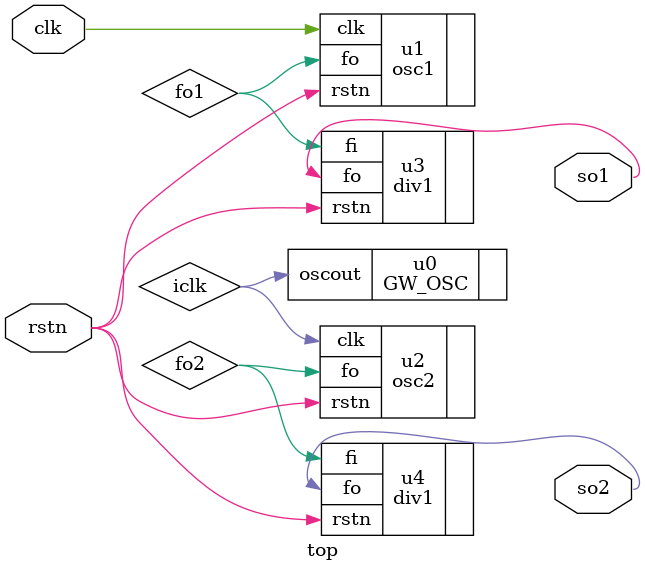
<source format=v>
module top(clk, rstn, so1, so2);
input clk, rstn;
output so1, so2;
wire iclk, fo1, fo2;
GW_OSC u0(.oscout(iclk)); //Instancia al oscilador Core IP 250MHz/100 = 2.5MHz
osc1   u1(.clk(clk), .rstn(rstn), .fo(fo1)); //Senal de reloj Fo1=4KHz
osc2   u2(.clk(iclk),.rstn(rstn), .fo(fo2)); //Senal de reloj Fo2=1KHz
div1   u3(.fi(fo1), .rstn(rstn), .fo(so1));
div1   u4(.fi(fo2), .rstn(rstn), .fo(so2));
endmodule
</source>
